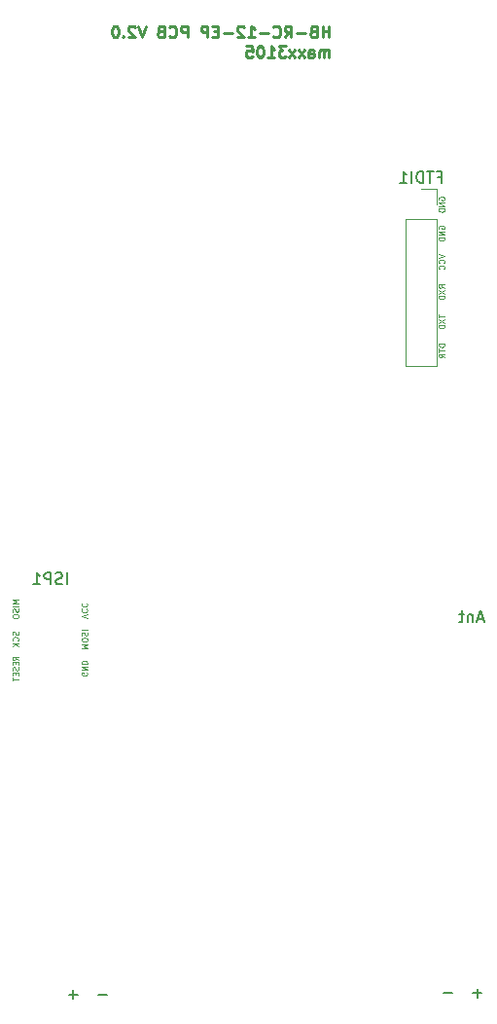
<source format=gbr>
%TF.GenerationSoftware,KiCad,Pcbnew,(5.1.9)-1*%
%TF.CreationDate,2021-03-29T02:47:02+02:00*%
%TF.ProjectId,HB-RC-12-EP-2,48422d52-432d-4313-922d-45502d322e6b,rev?*%
%TF.SameCoordinates,Original*%
%TF.FileFunction,Legend,Bot*%
%TF.FilePolarity,Positive*%
%FSLAX46Y46*%
G04 Gerber Fmt 4.6, Leading zero omitted, Abs format (unit mm)*
G04 Created by KiCad (PCBNEW (5.1.9)-1) date 2021-03-29 02:47:02*
%MOMM*%
%LPD*%
G01*
G04 APERTURE LIST*
%ADD10C,0.250000*%
%ADD11C,0.150000*%
%ADD12C,0.125000*%
%ADD13C,0.120000*%
G04 APERTURE END LIST*
D10*
X120624404Y-71927380D02*
X120624404Y-70927380D01*
X120624404Y-71403571D02*
X120052976Y-71403571D01*
X120052976Y-71927380D02*
X120052976Y-70927380D01*
X119243452Y-71403571D02*
X119100595Y-71451190D01*
X119052976Y-71498809D01*
X119005357Y-71594047D01*
X119005357Y-71736904D01*
X119052976Y-71832142D01*
X119100595Y-71879761D01*
X119195833Y-71927380D01*
X119576785Y-71927380D01*
X119576785Y-70927380D01*
X119243452Y-70927380D01*
X119148214Y-70975000D01*
X119100595Y-71022619D01*
X119052976Y-71117857D01*
X119052976Y-71213095D01*
X119100595Y-71308333D01*
X119148214Y-71355952D01*
X119243452Y-71403571D01*
X119576785Y-71403571D01*
X118576785Y-71546428D02*
X117814880Y-71546428D01*
X116767261Y-71927380D02*
X117100595Y-71451190D01*
X117338690Y-71927380D02*
X117338690Y-70927380D01*
X116957738Y-70927380D01*
X116862499Y-70975000D01*
X116814880Y-71022619D01*
X116767261Y-71117857D01*
X116767261Y-71260714D01*
X116814880Y-71355952D01*
X116862499Y-71403571D01*
X116957738Y-71451190D01*
X117338690Y-71451190D01*
X115767261Y-71832142D02*
X115814880Y-71879761D01*
X115957738Y-71927380D01*
X116052976Y-71927380D01*
X116195833Y-71879761D01*
X116291071Y-71784523D01*
X116338690Y-71689285D01*
X116386309Y-71498809D01*
X116386309Y-71355952D01*
X116338690Y-71165476D01*
X116291071Y-71070238D01*
X116195833Y-70975000D01*
X116052976Y-70927380D01*
X115957738Y-70927380D01*
X115814880Y-70975000D01*
X115767261Y-71022619D01*
X115338690Y-71546428D02*
X114576785Y-71546428D01*
X113576785Y-71927380D02*
X114148214Y-71927380D01*
X113862499Y-71927380D02*
X113862499Y-70927380D01*
X113957738Y-71070238D01*
X114052976Y-71165476D01*
X114148214Y-71213095D01*
X113195833Y-71022619D02*
X113148214Y-70975000D01*
X113052976Y-70927380D01*
X112814880Y-70927380D01*
X112719642Y-70975000D01*
X112672023Y-71022619D01*
X112624404Y-71117857D01*
X112624404Y-71213095D01*
X112672023Y-71355952D01*
X113243452Y-71927380D01*
X112624404Y-71927380D01*
X112195833Y-71546428D02*
X111433928Y-71546428D01*
X110957738Y-71403571D02*
X110624404Y-71403571D01*
X110481547Y-71927380D02*
X110957738Y-71927380D01*
X110957738Y-70927380D01*
X110481547Y-70927380D01*
X110052976Y-71927380D02*
X110052976Y-70927380D01*
X109672023Y-70927380D01*
X109576785Y-70975000D01*
X109529166Y-71022619D01*
X109481547Y-71117857D01*
X109481547Y-71260714D01*
X109529166Y-71355952D01*
X109576785Y-71403571D01*
X109672023Y-71451190D01*
X110052976Y-71451190D01*
X108291071Y-71927380D02*
X108291071Y-70927380D01*
X107910119Y-70927380D01*
X107814880Y-70975000D01*
X107767261Y-71022619D01*
X107719642Y-71117857D01*
X107719642Y-71260714D01*
X107767261Y-71355952D01*
X107814880Y-71403571D01*
X107910119Y-71451190D01*
X108291071Y-71451190D01*
X106719642Y-71832142D02*
X106767261Y-71879761D01*
X106910119Y-71927380D01*
X107005357Y-71927380D01*
X107148214Y-71879761D01*
X107243452Y-71784523D01*
X107291071Y-71689285D01*
X107338690Y-71498809D01*
X107338690Y-71355952D01*
X107291071Y-71165476D01*
X107243452Y-71070238D01*
X107148214Y-70975000D01*
X107005357Y-70927380D01*
X106910119Y-70927380D01*
X106767261Y-70975000D01*
X106719642Y-71022619D01*
X105957738Y-71403571D02*
X105814880Y-71451190D01*
X105767261Y-71498809D01*
X105719642Y-71594047D01*
X105719642Y-71736904D01*
X105767261Y-71832142D01*
X105814880Y-71879761D01*
X105910119Y-71927380D01*
X106291071Y-71927380D01*
X106291071Y-70927380D01*
X105957738Y-70927380D01*
X105862499Y-70975000D01*
X105814880Y-71022619D01*
X105767261Y-71117857D01*
X105767261Y-71213095D01*
X105814880Y-71308333D01*
X105862499Y-71355952D01*
X105957738Y-71403571D01*
X106291071Y-71403571D01*
X104672023Y-70927380D02*
X104338690Y-71927380D01*
X104005357Y-70927380D01*
X103719642Y-71022619D02*
X103672023Y-70975000D01*
X103576785Y-70927380D01*
X103338690Y-70927380D01*
X103243452Y-70975000D01*
X103195833Y-71022619D01*
X103148214Y-71117857D01*
X103148214Y-71213095D01*
X103195833Y-71355952D01*
X103767261Y-71927380D01*
X103148214Y-71927380D01*
X102719642Y-71832142D02*
X102672023Y-71879761D01*
X102719642Y-71927380D01*
X102767261Y-71879761D01*
X102719642Y-71832142D01*
X102719642Y-71927380D01*
X102052976Y-70927380D02*
X101957738Y-70927380D01*
X101862499Y-70975000D01*
X101814880Y-71022619D01*
X101767261Y-71117857D01*
X101719642Y-71308333D01*
X101719642Y-71546428D01*
X101767261Y-71736904D01*
X101814880Y-71832142D01*
X101862499Y-71879761D01*
X101957738Y-71927380D01*
X102052976Y-71927380D01*
X102148214Y-71879761D01*
X102195833Y-71832142D01*
X102243452Y-71736904D01*
X102291071Y-71546428D01*
X102291071Y-71308333D01*
X102243452Y-71117857D01*
X102195833Y-71022619D01*
X102148214Y-70975000D01*
X102052976Y-70927380D01*
X120624404Y-73677380D02*
X120624404Y-73010714D01*
X120624404Y-73105952D02*
X120576785Y-73058333D01*
X120481547Y-73010714D01*
X120338690Y-73010714D01*
X120243452Y-73058333D01*
X120195833Y-73153571D01*
X120195833Y-73677380D01*
X120195833Y-73153571D02*
X120148214Y-73058333D01*
X120052976Y-73010714D01*
X119910119Y-73010714D01*
X119814880Y-73058333D01*
X119767261Y-73153571D01*
X119767261Y-73677380D01*
X118862500Y-73677380D02*
X118862500Y-73153571D01*
X118910119Y-73058333D01*
X119005357Y-73010714D01*
X119195833Y-73010714D01*
X119291071Y-73058333D01*
X118862500Y-73629761D02*
X118957738Y-73677380D01*
X119195833Y-73677380D01*
X119291071Y-73629761D01*
X119338690Y-73534523D01*
X119338690Y-73439285D01*
X119291071Y-73344047D01*
X119195833Y-73296428D01*
X118957738Y-73296428D01*
X118862500Y-73248809D01*
X118481547Y-73677380D02*
X117957738Y-73010714D01*
X118481547Y-73010714D02*
X117957738Y-73677380D01*
X117672023Y-73677380D02*
X117148214Y-73010714D01*
X117672023Y-73010714D02*
X117148214Y-73677380D01*
X116862500Y-72677380D02*
X116243452Y-72677380D01*
X116576785Y-73058333D01*
X116433928Y-73058333D01*
X116338690Y-73105952D01*
X116291071Y-73153571D01*
X116243452Y-73248809D01*
X116243452Y-73486904D01*
X116291071Y-73582142D01*
X116338690Y-73629761D01*
X116433928Y-73677380D01*
X116719642Y-73677380D01*
X116814880Y-73629761D01*
X116862500Y-73582142D01*
X115291071Y-73677380D02*
X115862500Y-73677380D01*
X115576785Y-73677380D02*
X115576785Y-72677380D01*
X115672023Y-72820238D01*
X115767261Y-72915476D01*
X115862500Y-72963095D01*
X114672023Y-72677380D02*
X114576785Y-72677380D01*
X114481547Y-72725000D01*
X114433928Y-72772619D01*
X114386309Y-72867857D01*
X114338690Y-73058333D01*
X114338690Y-73296428D01*
X114386309Y-73486904D01*
X114433928Y-73582142D01*
X114481547Y-73629761D01*
X114576785Y-73677380D01*
X114672023Y-73677380D01*
X114767261Y-73629761D01*
X114814880Y-73582142D01*
X114862500Y-73486904D01*
X114910119Y-73296428D01*
X114910119Y-73058333D01*
X114862500Y-72867857D01*
X114814880Y-72772619D01*
X114767261Y-72725000D01*
X114672023Y-72677380D01*
X113433928Y-72677380D02*
X113910119Y-72677380D01*
X113957738Y-73153571D01*
X113910119Y-73105952D01*
X113814880Y-73058333D01*
X113576785Y-73058333D01*
X113481547Y-73105952D01*
X113433928Y-73153571D01*
X113386309Y-73248809D01*
X113386309Y-73486904D01*
X113433928Y-73582142D01*
X113481547Y-73629761D01*
X113576785Y-73677380D01*
X113814880Y-73677380D01*
X113910119Y-73629761D01*
X113957738Y-73582142D01*
D11*
X100544047Y-155171428D02*
X101305952Y-155171428D01*
X97969047Y-155171428D02*
X98730952Y-155171428D01*
X98350000Y-155552380D02*
X98350000Y-154790476D01*
X130594047Y-155071428D02*
X131355952Y-155071428D01*
D12*
X130200000Y-86069047D02*
X130176190Y-86021428D01*
X130176190Y-85950000D01*
X130200000Y-85878571D01*
X130247619Y-85830952D01*
X130295238Y-85807142D01*
X130390476Y-85783333D01*
X130461904Y-85783333D01*
X130557142Y-85807142D01*
X130604761Y-85830952D01*
X130652380Y-85878571D01*
X130676190Y-85950000D01*
X130676190Y-85997619D01*
X130652380Y-86069047D01*
X130628571Y-86092857D01*
X130461904Y-86092857D01*
X130461904Y-85997619D01*
X130676190Y-86307142D02*
X130176190Y-86307142D01*
X130676190Y-86592857D01*
X130176190Y-86592857D01*
X130676190Y-86830952D02*
X130176190Y-86830952D01*
X130176190Y-86950000D01*
X130200000Y-87021428D01*
X130247619Y-87069047D01*
X130295238Y-87092857D01*
X130390476Y-87116666D01*
X130461904Y-87116666D01*
X130557142Y-87092857D01*
X130604761Y-87069047D01*
X130652380Y-87021428D01*
X130676190Y-86950000D01*
X130676190Y-86830952D01*
X130200000Y-88569047D02*
X130176190Y-88521428D01*
X130176190Y-88450000D01*
X130200000Y-88378571D01*
X130247619Y-88330952D01*
X130295238Y-88307142D01*
X130390476Y-88283333D01*
X130461904Y-88283333D01*
X130557142Y-88307142D01*
X130604761Y-88330952D01*
X130652380Y-88378571D01*
X130676190Y-88450000D01*
X130676190Y-88497619D01*
X130652380Y-88569047D01*
X130628571Y-88592857D01*
X130461904Y-88592857D01*
X130461904Y-88497619D01*
X130676190Y-88807142D02*
X130176190Y-88807142D01*
X130676190Y-89092857D01*
X130176190Y-89092857D01*
X130676190Y-89330952D02*
X130176190Y-89330952D01*
X130176190Y-89450000D01*
X130200000Y-89521428D01*
X130247619Y-89569047D01*
X130295238Y-89592857D01*
X130390476Y-89616666D01*
X130461904Y-89616666D01*
X130557142Y-89592857D01*
X130604761Y-89569047D01*
X130652380Y-89521428D01*
X130676190Y-89450000D01*
X130676190Y-89330952D01*
X130176190Y-90783333D02*
X130676190Y-90950000D01*
X130176190Y-91116666D01*
X130628571Y-91569047D02*
X130652380Y-91545238D01*
X130676190Y-91473809D01*
X130676190Y-91426190D01*
X130652380Y-91354761D01*
X130604761Y-91307142D01*
X130557142Y-91283333D01*
X130461904Y-91259523D01*
X130390476Y-91259523D01*
X130295238Y-91283333D01*
X130247619Y-91307142D01*
X130200000Y-91354761D01*
X130176190Y-91426190D01*
X130176190Y-91473809D01*
X130200000Y-91545238D01*
X130223809Y-91569047D01*
X130628571Y-92069047D02*
X130652380Y-92045238D01*
X130676190Y-91973809D01*
X130676190Y-91926190D01*
X130652380Y-91854761D01*
X130604761Y-91807142D01*
X130557142Y-91783333D01*
X130461904Y-91759523D01*
X130390476Y-91759523D01*
X130295238Y-91783333D01*
X130247619Y-91807142D01*
X130200000Y-91854761D01*
X130176190Y-91926190D01*
X130176190Y-91973809D01*
X130200000Y-92045238D01*
X130223809Y-92069047D01*
X130676190Y-93716666D02*
X130438095Y-93550000D01*
X130676190Y-93430952D02*
X130176190Y-93430952D01*
X130176190Y-93621428D01*
X130200000Y-93669047D01*
X130223809Y-93692857D01*
X130271428Y-93716666D01*
X130342857Y-93716666D01*
X130390476Y-93692857D01*
X130414285Y-93669047D01*
X130438095Y-93621428D01*
X130438095Y-93430952D01*
X130176190Y-93883333D02*
X130676190Y-94216666D01*
X130176190Y-94216666D02*
X130676190Y-93883333D01*
X130676190Y-94407142D02*
X130176190Y-94407142D01*
X130176190Y-94526190D01*
X130200000Y-94597619D01*
X130247619Y-94645238D01*
X130295238Y-94669047D01*
X130390476Y-94692857D01*
X130461904Y-94692857D01*
X130557142Y-94669047D01*
X130604761Y-94645238D01*
X130652380Y-94597619D01*
X130676190Y-94526190D01*
X130676190Y-94407142D01*
X130176190Y-96019047D02*
X130176190Y-96304761D01*
X130676190Y-96161904D02*
X130176190Y-96161904D01*
X130176190Y-96423809D02*
X130676190Y-96757142D01*
X130176190Y-96757142D02*
X130676190Y-96423809D01*
X130676190Y-96947619D02*
X130176190Y-96947619D01*
X130176190Y-97066666D01*
X130200000Y-97138095D01*
X130247619Y-97185714D01*
X130295238Y-97209523D01*
X130390476Y-97233333D01*
X130461904Y-97233333D01*
X130557142Y-97209523D01*
X130604761Y-97185714D01*
X130652380Y-97138095D01*
X130676190Y-97066666D01*
X130676190Y-96947619D01*
X130676190Y-98578571D02*
X130176190Y-98578571D01*
X130176190Y-98697619D01*
X130200000Y-98769047D01*
X130247619Y-98816666D01*
X130295238Y-98840476D01*
X130390476Y-98864285D01*
X130461904Y-98864285D01*
X130557142Y-98840476D01*
X130604761Y-98816666D01*
X130652380Y-98769047D01*
X130676190Y-98697619D01*
X130676190Y-98578571D01*
X130176190Y-99007142D02*
X130176190Y-99292857D01*
X130676190Y-99150000D02*
X130176190Y-99150000D01*
X130676190Y-99745238D02*
X130438095Y-99578571D01*
X130676190Y-99459523D02*
X130176190Y-99459523D01*
X130176190Y-99650000D01*
X130200000Y-99697619D01*
X130223809Y-99721428D01*
X130271428Y-99745238D01*
X130342857Y-99745238D01*
X130390476Y-99721428D01*
X130414285Y-99697619D01*
X130438095Y-99650000D01*
X130438095Y-99459523D01*
X99573809Y-122416666D02*
X99073809Y-122250000D01*
X99573809Y-122083333D01*
X99121428Y-121630952D02*
X99097619Y-121654761D01*
X99073809Y-121726190D01*
X99073809Y-121773809D01*
X99097619Y-121845238D01*
X99145238Y-121892857D01*
X99192857Y-121916666D01*
X99288095Y-121940476D01*
X99359523Y-121940476D01*
X99454761Y-121916666D01*
X99502380Y-121892857D01*
X99550000Y-121845238D01*
X99573809Y-121773809D01*
X99573809Y-121726190D01*
X99550000Y-121654761D01*
X99526190Y-121630952D01*
X99121428Y-121130952D02*
X99097619Y-121154761D01*
X99073809Y-121226190D01*
X99073809Y-121273809D01*
X99097619Y-121345238D01*
X99145238Y-121392857D01*
X99192857Y-121416666D01*
X99288095Y-121440476D01*
X99359523Y-121440476D01*
X99454761Y-121416666D01*
X99502380Y-121392857D01*
X99550000Y-121345238D01*
X99573809Y-121273809D01*
X99573809Y-121226190D01*
X99550000Y-121154761D01*
X99526190Y-121130952D01*
X99098809Y-125035714D02*
X99598809Y-125035714D01*
X99241666Y-124869047D01*
X99598809Y-124702380D01*
X99098809Y-124702380D01*
X99598809Y-124369047D02*
X99598809Y-124273809D01*
X99575000Y-124226190D01*
X99527380Y-124178571D01*
X99432142Y-124154761D01*
X99265476Y-124154761D01*
X99170238Y-124178571D01*
X99122619Y-124226190D01*
X99098809Y-124273809D01*
X99098809Y-124369047D01*
X99122619Y-124416666D01*
X99170238Y-124464285D01*
X99265476Y-124488095D01*
X99432142Y-124488095D01*
X99527380Y-124464285D01*
X99575000Y-124416666D01*
X99598809Y-124369047D01*
X99122619Y-123964285D02*
X99098809Y-123892857D01*
X99098809Y-123773809D01*
X99122619Y-123726190D01*
X99146428Y-123702380D01*
X99194047Y-123678571D01*
X99241666Y-123678571D01*
X99289285Y-123702380D01*
X99313095Y-123726190D01*
X99336904Y-123773809D01*
X99360714Y-123869047D01*
X99384523Y-123916666D01*
X99408333Y-123940476D01*
X99455952Y-123964285D01*
X99503571Y-123964285D01*
X99551190Y-123940476D01*
X99575000Y-123916666D01*
X99598809Y-123869047D01*
X99598809Y-123750000D01*
X99575000Y-123678571D01*
X99098809Y-123464285D02*
X99598809Y-123464285D01*
X99550000Y-127180952D02*
X99573809Y-127228571D01*
X99573809Y-127300000D01*
X99550000Y-127371428D01*
X99502380Y-127419047D01*
X99454761Y-127442857D01*
X99359523Y-127466666D01*
X99288095Y-127466666D01*
X99192857Y-127442857D01*
X99145238Y-127419047D01*
X99097619Y-127371428D01*
X99073809Y-127300000D01*
X99073809Y-127252380D01*
X99097619Y-127180952D01*
X99121428Y-127157142D01*
X99288095Y-127157142D01*
X99288095Y-127252380D01*
X99073809Y-126942857D02*
X99573809Y-126942857D01*
X99073809Y-126657142D01*
X99573809Y-126657142D01*
X99073809Y-126419047D02*
X99573809Y-126419047D01*
X99573809Y-126300000D01*
X99550000Y-126228571D01*
X99502380Y-126180952D01*
X99454761Y-126157142D01*
X99359523Y-126133333D01*
X99288095Y-126133333D01*
X99192857Y-126157142D01*
X99145238Y-126180952D01*
X99097619Y-126228571D01*
X99073809Y-126300000D01*
X99073809Y-126419047D01*
X93576190Y-126073809D02*
X93338095Y-125907142D01*
X93576190Y-125788095D02*
X93076190Y-125788095D01*
X93076190Y-125978571D01*
X93100000Y-126026190D01*
X93123809Y-126050000D01*
X93171428Y-126073809D01*
X93242857Y-126073809D01*
X93290476Y-126050000D01*
X93314285Y-126026190D01*
X93338095Y-125978571D01*
X93338095Y-125788095D01*
X93314285Y-126288095D02*
X93314285Y-126454761D01*
X93576190Y-126526190D02*
X93576190Y-126288095D01*
X93076190Y-126288095D01*
X93076190Y-126526190D01*
X93552380Y-126716666D02*
X93576190Y-126788095D01*
X93576190Y-126907142D01*
X93552380Y-126954761D01*
X93528571Y-126978571D01*
X93480952Y-127002380D01*
X93433333Y-127002380D01*
X93385714Y-126978571D01*
X93361904Y-126954761D01*
X93338095Y-126907142D01*
X93314285Y-126811904D01*
X93290476Y-126764285D01*
X93266666Y-126740476D01*
X93219047Y-126716666D01*
X93171428Y-126716666D01*
X93123809Y-126740476D01*
X93100000Y-126764285D01*
X93076190Y-126811904D01*
X93076190Y-126930952D01*
X93100000Y-127002380D01*
X93314285Y-127216666D02*
X93314285Y-127383333D01*
X93576190Y-127454761D02*
X93576190Y-127216666D01*
X93076190Y-127216666D01*
X93076190Y-127454761D01*
X93076190Y-127597619D02*
X93076190Y-127883333D01*
X93576190Y-127740476D02*
X93076190Y-127740476D01*
X93552380Y-123607142D02*
X93576190Y-123678571D01*
X93576190Y-123797619D01*
X93552380Y-123845238D01*
X93528571Y-123869047D01*
X93480952Y-123892857D01*
X93433333Y-123892857D01*
X93385714Y-123869047D01*
X93361904Y-123845238D01*
X93338095Y-123797619D01*
X93314285Y-123702380D01*
X93290476Y-123654761D01*
X93266666Y-123630952D01*
X93219047Y-123607142D01*
X93171428Y-123607142D01*
X93123809Y-123630952D01*
X93100000Y-123654761D01*
X93076190Y-123702380D01*
X93076190Y-123821428D01*
X93100000Y-123892857D01*
X93528571Y-124392857D02*
X93552380Y-124369047D01*
X93576190Y-124297619D01*
X93576190Y-124250000D01*
X93552380Y-124178571D01*
X93504761Y-124130952D01*
X93457142Y-124107142D01*
X93361904Y-124083333D01*
X93290476Y-124083333D01*
X93195238Y-124107142D01*
X93147619Y-124130952D01*
X93100000Y-124178571D01*
X93076190Y-124250000D01*
X93076190Y-124297619D01*
X93100000Y-124369047D01*
X93123809Y-124392857D01*
X93576190Y-124607142D02*
X93076190Y-124607142D01*
X93576190Y-124892857D02*
X93290476Y-124678571D01*
X93076190Y-124892857D02*
X93361904Y-124607142D01*
X93576190Y-120839285D02*
X93076190Y-120839285D01*
X93433333Y-121005952D01*
X93076190Y-121172619D01*
X93576190Y-121172619D01*
X93576190Y-121410714D02*
X93076190Y-121410714D01*
X93552380Y-121625000D02*
X93576190Y-121696428D01*
X93576190Y-121815476D01*
X93552380Y-121863095D01*
X93528571Y-121886904D01*
X93480952Y-121910714D01*
X93433333Y-121910714D01*
X93385714Y-121886904D01*
X93361904Y-121863095D01*
X93338095Y-121815476D01*
X93314285Y-121720238D01*
X93290476Y-121672619D01*
X93266666Y-121648809D01*
X93219047Y-121625000D01*
X93171428Y-121625000D01*
X93123809Y-121648809D01*
X93100000Y-121672619D01*
X93076190Y-121720238D01*
X93076190Y-121839285D01*
X93100000Y-121910714D01*
X93076190Y-122220238D02*
X93076190Y-122315476D01*
X93100000Y-122363095D01*
X93147619Y-122410714D01*
X93242857Y-122434523D01*
X93409523Y-122434523D01*
X93504761Y-122410714D01*
X93552380Y-122363095D01*
X93576190Y-122315476D01*
X93576190Y-122220238D01*
X93552380Y-122172619D01*
X93504761Y-122125000D01*
X93409523Y-122101190D01*
X93242857Y-122101190D01*
X93147619Y-122125000D01*
X93100000Y-122172619D01*
X93076190Y-122220238D01*
D13*
%TO.C,FTDI1*%
X129980000Y-85120000D02*
X128650000Y-85120000D01*
X129980000Y-86450000D02*
X129980000Y-85120000D01*
X129980000Y-87720000D02*
X127320000Y-87720000D01*
X127320000Y-87720000D02*
X127320000Y-100480000D01*
X129980000Y-87720000D02*
X129980000Y-100480000D01*
X129980000Y-100480000D02*
X127320000Y-100480000D01*
D11*
X130102380Y-84048571D02*
X130435714Y-84048571D01*
X130435714Y-84572380D02*
X130435714Y-83572380D01*
X129959523Y-83572380D01*
X129721428Y-83572380D02*
X129150000Y-83572380D01*
X129435714Y-84572380D02*
X129435714Y-83572380D01*
X128816666Y-84572380D02*
X128816666Y-83572380D01*
X128578571Y-83572380D01*
X128435714Y-83620000D01*
X128340476Y-83715238D01*
X128292857Y-83810476D01*
X128245238Y-84000952D01*
X128245238Y-84143809D01*
X128292857Y-84334285D01*
X128340476Y-84429523D01*
X128435714Y-84524761D01*
X128578571Y-84572380D01*
X128816666Y-84572380D01*
X127816666Y-84572380D02*
X127816666Y-83572380D01*
X126816666Y-84572380D02*
X127388095Y-84572380D01*
X127102380Y-84572380D02*
X127102380Y-83572380D01*
X127197619Y-83715238D01*
X127292857Y-83810476D01*
X127388095Y-83858095D01*
%TO.C,+*%
X133546428Y-155455952D02*
X133546428Y-154694047D01*
X133927380Y-155075000D02*
X133165476Y-155075000D01*
%TO.C,Ant*%
X134026190Y-122516666D02*
X133550000Y-122516666D01*
X134121428Y-122802380D02*
X133788095Y-121802380D01*
X133454761Y-122802380D01*
X133121428Y-122135714D02*
X133121428Y-122802380D01*
X133121428Y-122230952D02*
X133073809Y-122183333D01*
X132978571Y-122135714D01*
X132835714Y-122135714D01*
X132740476Y-122183333D01*
X132692857Y-122278571D01*
X132692857Y-122802380D01*
X132359523Y-122135714D02*
X131978571Y-122135714D01*
X132216666Y-121802380D02*
X132216666Y-122659523D01*
X132169047Y-122754761D01*
X132073809Y-122802380D01*
X131978571Y-122802380D01*
%TO.C,ISP1*%
X97827380Y-119502380D02*
X97827380Y-118502380D01*
X97398809Y-119454761D02*
X97255952Y-119502380D01*
X97017857Y-119502380D01*
X96922619Y-119454761D01*
X96875000Y-119407142D01*
X96827380Y-119311904D01*
X96827380Y-119216666D01*
X96875000Y-119121428D01*
X96922619Y-119073809D01*
X97017857Y-119026190D01*
X97208333Y-118978571D01*
X97303571Y-118930952D01*
X97351190Y-118883333D01*
X97398809Y-118788095D01*
X97398809Y-118692857D01*
X97351190Y-118597619D01*
X97303571Y-118550000D01*
X97208333Y-118502380D01*
X96970238Y-118502380D01*
X96827380Y-118550000D01*
X96398809Y-119502380D02*
X96398809Y-118502380D01*
X96017857Y-118502380D01*
X95922619Y-118550000D01*
X95875000Y-118597619D01*
X95827380Y-118692857D01*
X95827380Y-118835714D01*
X95875000Y-118930952D01*
X95922619Y-118978571D01*
X96017857Y-119026190D01*
X96398809Y-119026190D01*
X94875000Y-119502380D02*
X95446428Y-119502380D01*
X95160714Y-119502380D02*
X95160714Y-118502380D01*
X95255952Y-118645238D01*
X95351190Y-118740476D01*
X95446428Y-118788095D01*
%TD*%
M02*

</source>
